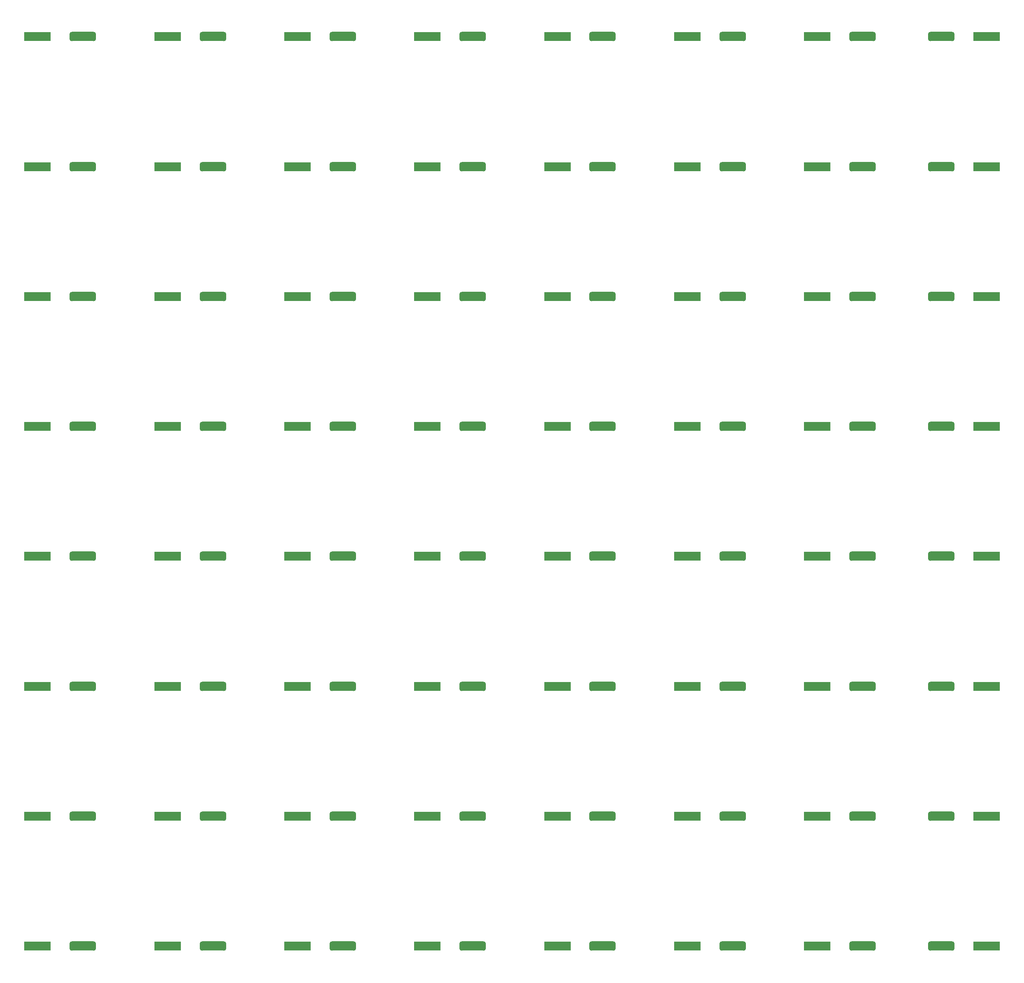
<source format=gtp>
%FSAX23Y23*%
%MOIN*%
G70*
G01*
G75*
G04 Layer_Color=8421504*
G04:AMPARAMS|DCode=10|XSize=200mil|YSize=70mil|CornerRadius=18mil|HoleSize=0mil|Usage=FLASHONLY|Rotation=180.000|XOffset=0mil|YOffset=0mil|HoleType=Round|Shape=RoundedRectangle|*
%AMROUNDEDRECTD10*
21,1,0.200,0.035,0,0,180.0*
21,1,0.165,0.070,0,0,180.0*
1,1,0.035,-0.083,0.018*
1,1,0.035,0.083,0.018*
1,1,0.035,0.083,-0.018*
1,1,0.035,-0.083,-0.018*
%
%ADD10ROUNDEDRECTD10*%
%ADD11R,0.200X0.070*%
%ADD12C,0.030*%
%ADD13C,0.050*%
%ADD14C,0.020*%
%ADD15C,0.059*%
%ADD16R,0.059X0.059*%
%ADD17C,0.053*%
%ADD18R,0.053X0.053*%
%ADD19C,0.050*%
%ADD20O,0.080X0.040*%
%ADD21R,0.080X0.040*%
%ADD22C,0.055*%
%ADD23O,0.079X0.039*%
%ADD24O,0.079X0.039*%
%ADD25C,0.060*%
%ADD26R,0.060X0.060*%
%ADD27R,0.059X0.059*%
%ADD28R,0.060X0.060*%
%ADD29C,0.065*%
%ADD30C,0.040*%
%ADD31R,0.010X0.010*%
%ADD32C,0.008*%
%ADD33C,0.010*%
%ADD34C,0.020*%
%ADD35C,0.012*%
%ADD36C,0.008*%
%ADD37C,0.006*%
D10*
X09476Y03561D02*
D03*
Y10451D02*
D03*
X08880Y10451D02*
D03*
X07895D02*
D03*
X06911D02*
D03*
X05927D02*
D03*
X04943D02*
D03*
X03958D02*
D03*
X02974D02*
D03*
X09476Y09467D02*
D03*
X08880Y09467D02*
D03*
X07895D02*
D03*
X06911D02*
D03*
X05927D02*
D03*
X04943D02*
D03*
X03958D02*
D03*
X02974D02*
D03*
X09476Y08482D02*
D03*
X08880Y08482D02*
D03*
X07895D02*
D03*
X06911D02*
D03*
X05927D02*
D03*
X04943D02*
D03*
X03958D02*
D03*
X02974D02*
D03*
X09476Y07498D02*
D03*
X08880Y07498D02*
D03*
X07895D02*
D03*
X06911D02*
D03*
X05927D02*
D03*
X04943D02*
D03*
X03958D02*
D03*
X02974D02*
D03*
X09476Y06514D02*
D03*
X08880Y06514D02*
D03*
X07895D02*
D03*
X06911D02*
D03*
X05927D02*
D03*
X04943D02*
D03*
X03958D02*
D03*
X02974D02*
D03*
X09476Y05530D02*
D03*
X08880Y05530D02*
D03*
X07895D02*
D03*
X06911D02*
D03*
X05927D02*
D03*
X04943D02*
D03*
X03958D02*
D03*
X02974D02*
D03*
X09476Y04545D02*
D03*
X08880D02*
D03*
X07895D02*
D03*
X06911D02*
D03*
X05927D02*
D03*
X04943D02*
D03*
X03958D02*
D03*
X02974D02*
D03*
X08880Y03561D02*
D03*
X07895D02*
D03*
X06911D02*
D03*
X05927D02*
D03*
X04943D02*
D03*
X03958D02*
D03*
X02974D02*
D03*
D11*
X09819D02*
D03*
Y10451D02*
D03*
X08537Y10451D02*
D03*
X07552D02*
D03*
X06568D02*
D03*
X05584D02*
D03*
X04600D02*
D03*
X03615D02*
D03*
X02631D02*
D03*
X09819Y09467D02*
D03*
X08537Y09467D02*
D03*
X07552D02*
D03*
X06568D02*
D03*
X05584D02*
D03*
X04600D02*
D03*
X03615D02*
D03*
X02631D02*
D03*
X09819Y08482D02*
D03*
X08537Y08482D02*
D03*
X07552D02*
D03*
X06568D02*
D03*
X05584D02*
D03*
X04600D02*
D03*
X03615D02*
D03*
X02631D02*
D03*
X09819Y07498D02*
D03*
X08537Y07498D02*
D03*
X07552D02*
D03*
X06568D02*
D03*
X05584D02*
D03*
X04600D02*
D03*
X03615D02*
D03*
X02631D02*
D03*
X09819Y06514D02*
D03*
X08537Y06514D02*
D03*
X07552D02*
D03*
X06568D02*
D03*
X05584D02*
D03*
X04600D02*
D03*
X03615D02*
D03*
X02631D02*
D03*
X09819Y05530D02*
D03*
X08537Y05530D02*
D03*
X07552D02*
D03*
X06568D02*
D03*
X05584D02*
D03*
X04600D02*
D03*
X03615D02*
D03*
X02631D02*
D03*
X09819Y04545D02*
D03*
X08537D02*
D03*
X07552D02*
D03*
X06568D02*
D03*
X05584D02*
D03*
X04600D02*
D03*
X03615D02*
D03*
X02631D02*
D03*
X08537Y03561D02*
D03*
X07552D02*
D03*
X06568D02*
D03*
X05584D02*
D03*
X04600D02*
D03*
X03615D02*
D03*
X02631D02*
D03*
M02*

</source>
